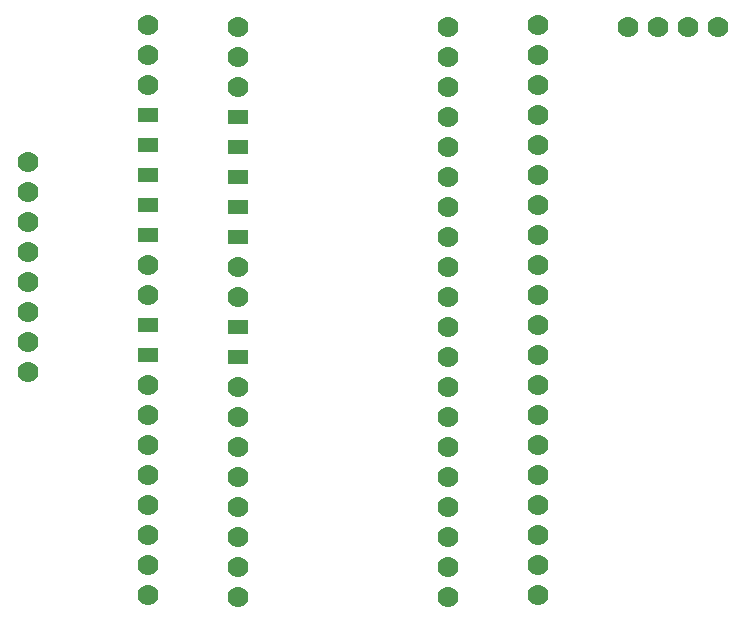
<source format=gbr>
G04 DesignSpark PCB Gerber Version 11.0 Build 5877*
%FSLAX35Y35*%
%MOIN*%
%ADD17C,0.07000*%
%ADD18R,0.07000X0.05000*%
X0Y0D02*
D02*
D17*
X35250Y105250D03*
Y115250D03*
Y125250D03*
Y135250D03*
Y145250D03*
Y155250D03*
Y165250D03*
Y175250D03*
X75250Y30750D03*
Y40750D03*
Y50750D03*
Y60750D03*
Y70750D03*
Y80750D03*
Y90750D03*
Y100750D03*
Y130750D03*
Y140750D03*
Y200750D03*
Y210750D03*
Y220750D03*
X105250Y30250D03*
Y40250D03*
Y50250D03*
Y60250D03*
Y70250D03*
Y80250D03*
Y90250D03*
Y100250D03*
Y130250D03*
Y140250D03*
Y200250D03*
Y210250D03*
Y220250D03*
X175250Y30250D03*
Y40250D03*
Y50250D03*
Y60250D03*
Y70250D03*
Y80250D03*
Y90250D03*
Y100250D03*
Y110250D03*
Y120250D03*
Y130250D03*
Y140250D03*
Y150250D03*
Y160250D03*
Y170250D03*
Y180250D03*
Y190250D03*
Y200250D03*
Y210250D03*
Y220250D03*
X205250Y30750D03*
Y40750D03*
Y50750D03*
Y60750D03*
Y70750D03*
Y80750D03*
Y90750D03*
Y100750D03*
Y110750D03*
Y120750D03*
Y130750D03*
Y140750D03*
Y150750D03*
Y160750D03*
Y170750D03*
Y180750D03*
Y190750D03*
Y200750D03*
Y210750D03*
Y220750D03*
X235250Y220250D03*
X245250D03*
X255250D03*
X265250D03*
D02*
D18*
X75250Y110750D03*
Y120750D03*
Y150750D03*
Y160750D03*
Y170750D03*
Y180750D03*
Y190750D03*
X105250Y110250D03*
Y120250D03*
Y150250D03*
Y160250D03*
Y170250D03*
Y180250D03*
Y190250D03*
X0Y0D02*
M02*

</source>
